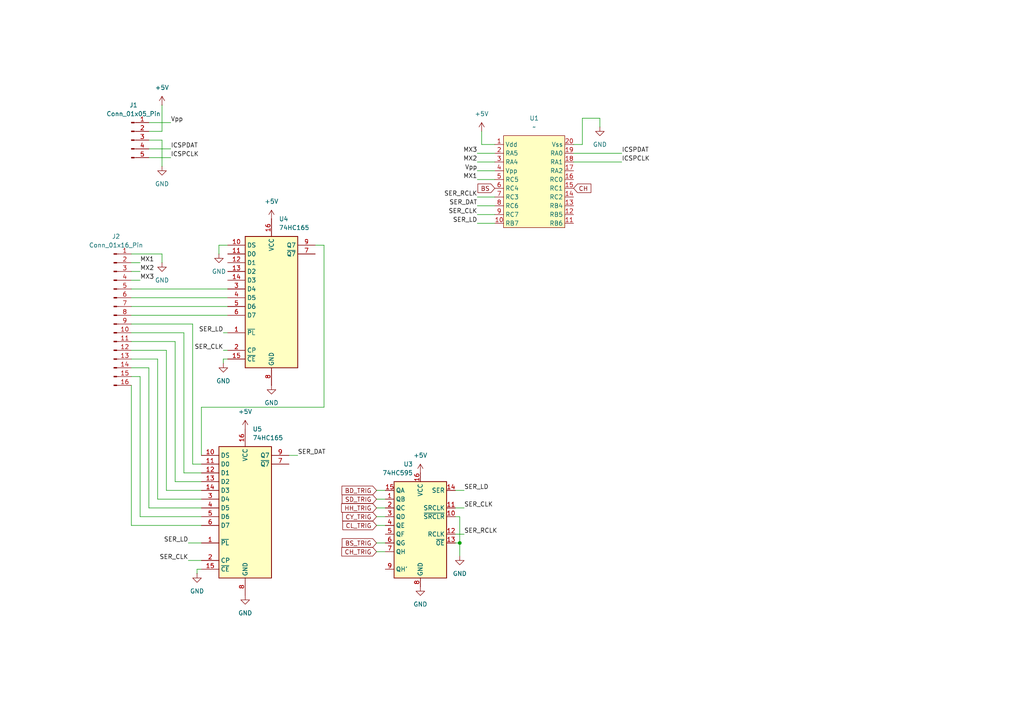
<source format=kicad_sch>
(kicad_sch (version 20250114) (generator "eeschema") (generator_version "9.0")
  (paper "A4")
  (lib_symbols
    (symbol "74xx:74HC165"
      (property "Reference" "U" (at -7.62 19.05 0))
      (property "Value" "74HC165" (at -7.62 -21.59 0))
      (symbol "74HC165_1_0"
        (pin input line (at -12.7 15.24 0) (length 5.08) (name "DS") (number "10"))
        (pin input line (at -12.7 12.7 0) (length 5.08) (name "D0") (number "11"))
        (pin input line (at -12.7 10.16 0) (length 5.08) (name "D1") (number "12"))
        (pin input line (at -12.7 7.62 0) (length 5.08) (name "D2") (number "13"))
        (pin input line (at -12.7 5.08 0) (length 5.08) (name "D3") (number "14"))
        (pin input line (at -12.7 2.54 0) (length 5.08) (name "D4") (number "3"))
        (pin input line (at -12.7 0 0) (length 5.08) (name "D5") (number "4"))
        (pin input line (at -12.7 -2.54 0) (length 5.08) (name "D6") (number "5"))
        (pin input line (at -12.7 -5.08 0) (length 5.08) (name "D7") (number "6"))
        (pin input line (at -12.7 -10.16 0) (length 5.08) (name "~{PL}") (number "1"))
        (pin input line (at -12.7 -15.24 0) (length 5.08) (name "CP") (number "2"))
        (pin input line (at -12.7 -17.78 0) (length 5.08) (name "~{CE}") (number "15"))
        (pin power_in line (at 0 22.86 270) (length 5.08) (name "VCC") (number "16"))
        (pin power_in line (at 0 -25.4 90) (length 5.08) (name "GND") (number "8"))
        (pin output line (at 12.7 15.24 180) (length 5.08) (name "Q7") (number "9"))
        (pin output line (at 12.7 12.7 180) (length 5.08) (name "~{Q7}") (number "7"))
      )
      (symbol "74HC165_1_1"
        (rectangle (start -7.62 17.78) (end 7.62 -20.32) (stroke (width 0.254)) (fill (type background)))
      )
    )
    (symbol "74xx:74HC595"
      (property "Reference" "U" (at -7.62 13.97 0))
      (property "Value" "74HC595" (at -7.62 -16.51 0))
      (symbol "74HC595_1_0"
        (pin input line (at -10.16 10.16 0) (length 2.54) (name "SER") (number "14"))
        (pin input line (at -10.16 5.08 0) (length 2.54) (name "SRCLK") (number "11"))
        (pin input line (at -10.16 2.54 0) (length 2.54) (name "~{SRCLR}") (number "10"))
        (pin input line (at -10.16 -2.54 0) (length 2.54) (name "RCLK") (number "12"))
        (pin input line (at -10.16 -5.08 0) (length 2.54) (name "~{OE}") (number "13"))
        (pin power_in line (at 0 15.24 270) (length 2.54) (name "VCC") (number "16"))
        (pin power_in line (at 0 -17.78 90) (length 2.54) (name "GND") (number "8"))
        (pin tri_state line (at 10.16 10.16 180) (length 2.54) (name "QA") (number "15"))
        (pin tri_state line (at 10.16 7.62 180) (length 2.54) (name "QB") (number "1"))
        (pin tri_state line (at 10.16 5.08 180) (length 2.54) (name "QC") (number "2"))
        (pin tri_state line (at 10.16 2.54 180) (length 2.54) (name "QD") (number "3"))
        (pin tri_state line (at 10.16 0 180) (length 2.54) (name "QE") (number "4"))
        (pin tri_state line (at 10.16 -2.54 180) (length 2.54) (name "QF") (number "5"))
        (pin tri_state line (at 10.16 -5.08 180) (length 2.54) (name "QG") (number "6"))
        (pin tri_state line (at 10.16 -7.62 180) (length 2.54) (name "QH") (number "7"))
        (pin output line (at 10.16 -12.7 180) (length 2.54) (name "QH'") (number "9"))
      )
      (symbol "74HC595_1_1"
        (rectangle (start -7.62 12.7) (end 7.62 -15.24) (stroke (width 0.254)) (fill (type background)))
      )
    )
    (symbol "Connector:Conn_01x05_Pin" (pin_names (offset 1.016) (hide yes))
      (property "Reference" "J" (at 0 7.62 0))
      (property "Value" "Conn_01x05_Pin" (at 0 -7.62 0))
      (symbol "Conn_01x05_Pin_1_1"
        (rectangle (start 0.8636 5.207) (end 0 4.953) (stroke (width 0.1524)) (fill (type outline)))
        (rectangle (start 0.8636 2.667) (end 0 2.413) (stroke (width 0.1524)) (fill (type outline)))
        (rectangle (start 0.8636 0.127) (end 0 -0.127) (stroke (width 0.1524)) (fill (type outline)))
        (rectangle (start 0.8636 -2.413) (end 0 -2.667) (stroke (width 0.1524)) (fill (type outline)))
        (rectangle (start 0.8636 -4.953) (end 0 -5.207) (stroke (width 0.1524)) (fill (type outline)))
        (polyline (pts (xy 1.27 5.08) (xy 0.8636 5.08)) (stroke (width 0.1524)))
        (polyline (pts (xy 1.27 2.54) (xy 0.8636 2.54)) (stroke (width 0.1524)))
        (polyline (pts (xy 1.27 0) (xy 0.8636 0)) (stroke (width 0.1524)))
        (polyline (pts (xy 1.27 -2.54) (xy 0.8636 -2.54)) (stroke (width 0.1524)))
        (polyline (pts (xy 1.27 -5.08) (xy 0.8636 -5.08)) (stroke (width 0.1524)))
        (pin passive line (at 5.08 5.08 180) (length 3.81) (name "Pin_1") (number "1"))
        (pin passive line (at 5.08 2.54 180) (length 3.81) (name "Pin_2") (number "2"))
        (pin passive line (at 5.08 0 180) (length 3.81) (name "Pin_3") (number "3"))
        (pin passive line (at 5.08 -2.54 180) (length 3.81) (name "Pin_4") (number "4"))
        (pin passive line (at 5.08 -5.08 180) (length 3.81) (name "Pin_5") (number "5"))
      )
    )
    (symbol "Connector:Conn_01x16_Pin" (pin_names (offset 1.016) (hide yes))
      (property "Reference" "J" (at 0 20.32 0))
      (property "Value" "Conn_01x16_Pin" (at 0 -22.86 0))
      (symbol "Conn_01x16_Pin_1_1"
        (rectangle (start 0.8636 17.907) (end 0 17.653) (stroke (width 0.1524)) (fill (type outline)))
        (rectangle (start 0.8636 15.367) (end 0 15.113) (stroke (width 0.1524)) (fill (type outline)))
        (rectangle (start 0.8636 12.827) (end 0 12.573) (stroke (width 0.1524)) (fill (type outline)))
        (rectangle (start 0.8636 10.287) (end 0 10.033) (stroke (width 0.1524)) (fill (type outline)))
        (rectangle (start 0.8636 7.747) (end 0 7.493) (stroke (width 0.1524)) (fill (type outline)))
        (rectangle (start 0.8636 5.207) (end 0 4.953) (stroke (width 0.1524)) (fill (type outline)))
        (rectangle (start 0.8636 2.667) (end 0 2.413) (stroke (width 0.1524)) (fill (type outline)))
        (rectangle (start 0.8636 0.127) (end 0 -0.127) (stroke (width 0.1524)) (fill (type outline)))
        (rectangle (start 0.8636 -2.413) (end 0 -2.667) (stroke (width 0.1524)) (fill (type outline)))
        (rectangle (start 0.8636 -4.953) (end 0 -5.207) (stroke (width 0.1524)) (fill (type outline)))
        (rectangle (start 0.8636 -7.493) (end 0 -7.747) (stroke (width 0.1524)) (fill (type outline)))
        (rectangle (start 0.8636 -10.033) (end 0 -10.287) (stroke (width 0.1524)) (fill (type outline)))
        (rectangle (start 0.8636 -12.573) (end 0 -12.827) (stroke (width 0.1524)) (fill (type outline)))
        (rectangle (start 0.8636 -15.113) (end 0 -15.367) (stroke (width 0.1524)) (fill (type outline)))
        (rectangle (start 0.8636 -17.653) (end 0 -17.907) (stroke (width 0.1524)) (fill (type outline)))
        (rectangle (start 0.8636 -20.193) (end 0 -20.447) (stroke (width 0.1524)) (fill (type outline)))
        (polyline (pts (xy 1.27 17.78) (xy 0.8636 17.78)) (stroke (width 0.1524)))
        (polyline (pts (xy 1.27 15.24) (xy 0.8636 15.24)) (stroke (width 0.1524)))
        (polyline (pts (xy 1.27 12.7) (xy 0.8636 12.7)) (stroke (width 0.1524)))
        (polyline (pts (xy 1.27 10.16) (xy 0.8636 10.16)) (stroke (width 0.1524)))
        (polyline (pts (xy 1.27 7.62) (xy 0.8636 7.62)) (stroke (width 0.1524)))
        (polyline (pts (xy 1.27 5.08) (xy 0.8636 5.08)) (stroke (width 0.1524)))
        (polyline (pts (xy 1.27 2.54) (xy 0.8636 2.54)) (stroke (width 0.1524)))
        (polyline (pts (xy 1.27 0) (xy 0.8636 0)) (stroke (width 0.1524)))
        (polyline (pts (xy 1.27 -2.54) (xy 0.8636 -2.54)) (stroke (width 0.1524)))
        (polyline (pts (xy 1.27 -5.08) (xy 0.8636 -5.08)) (stroke (width 0.1524)))
        (polyline (pts (xy 1.27 -7.62) (xy 0.8636 -7.62)) (stroke (width 0.1524)))
        (polyline (pts (xy 1.27 -10.16) (xy 0.8636 -10.16)) (stroke (width 0.1524)))
        (polyline (pts (xy 1.27 -12.7) (xy 0.8636 -12.7)) (stroke (width 0.1524)))
        (polyline (pts (xy 1.27 -15.24) (xy 0.8636 -15.24)) (stroke (width 0.1524)))
        (polyline (pts (xy 1.27 -17.78) (xy 0.8636 -17.78)) (stroke (width 0.1524)))
        (polyline (pts (xy 1.27 -20.32) (xy 0.8636 -20.32)) (stroke (width 0.1524)))
        (pin passive line (at 5.08 17.78 180) (length 3.81) (name "Pin_1") (number "1"))
        (pin passive line (at 5.08 15.24 180) (length 3.81) (name "Pin_2") (number "2"))
        (pin passive line (at 5.08 12.7 180) (length 3.81) (name "Pin_3") (number "3"))
        (pin passive line (at 5.08 10.16 180) (length 3.81) (name "Pin_4") (number "4"))
        (pin passive line (at 5.08 7.62 180) (length 3.81) (name "Pin_5") (number "5"))
        (pin passive line (at 5.08 5.08 180) (length 3.81) (name "Pin_6") (number "6"))
        (pin passive line (at 5.08 2.54 180) (length 3.81) (name "Pin_7") (number "7"))
        (pin passive line (at 5.08 0 180) (length 3.81) (name "Pin_8") (number "8"))
        (pin passive line (at 5.08 -2.54 180) (length 3.81) (name "Pin_9") (number "9"))
        (pin passive line (at 5.08 -5.08 180) (length 3.81) (name "Pin_10") (number "10"))
        (pin passive line (at 5.08 -7.62 180) (length 3.81) (name "Pin_11") (number "11"))
        (pin passive line (at 5.08 -10.16 180) (length 3.81) (name "Pin_12") (number "12"))
        (pin passive line (at 5.08 -12.7 180) (length 3.81) (name "Pin_13") (number "13"))
        (pin passive line (at 5.08 -15.24 180) (length 3.81) (name "Pin_14") (number "14"))
        (pin passive line (at 5.08 -17.78 180) (length 3.81) (name "Pin_15") (number "15"))
        (pin passive line (at 5.08 -20.32 180) (length 3.81) (name "Pin_16") (number "16"))
      )
    )
    (symbol "custom:PIC16F1769"
      (property "Reference" "U" (at 1.016 6.35 0))
      (symbol "PIC16F1769_0_1"
        (rectangle (start -7.62 8.89) (end 10.16 -17.78) (fill (type color) (color 255 255 194 1)))
      )
      (symbol "PIC16F1769_1_1"
        (pin power_in line (at -10.16 6.35 0) (length 2.54) (name "Vdd") (number "1"))
        (pin input line (at -10.16 3.81 0) (length 2.54) (name "RA5") (number "2"))
        (pin input line (at -10.16 1.27 0) (length 2.54) (name "RA4") (number "3"))
        (pin input line (at -10.16 -1.27 0) (length 2.54) (name "Vpp") (number "4"))
        (pin input line (at -10.16 -3.81 0) (length 2.54) (name "RC5") (number "5"))
        (pin input line (at -10.16 -6.35 0) (length 2.54) (name "RC4") (number "6"))
        (pin input line (at -10.16 -8.89 0) (length 2.54) (name "RC3") (number "7"))
        (pin input line (at -10.16 -11.43 0) (length 2.54) (name "RC6") (number "8"))
        (pin input line (at -10.16 -13.97 0) (length 2.54) (name "RC7") (number "9"))
        (pin input line (at -10.16 -16.51 0) (length 2.54) (name "RB7") (number "10"))
        (pin power_in line (at 12.7 6.35 180) (length 2.54) (name "Vss") (number "20"))
        (pin input line (at 12.7 3.81 180) (length 2.54) (name "RA0") (number "19"))
        (pin input line (at 12.7 1.27 180) (length 2.54) (name "RA1") (number "18"))
        (pin input line (at 12.7 -1.27 180) (length 2.54) (name "RA2") (number "17"))
        (pin input line (at 12.7 -3.81 180) (length 2.54) (name "RC0") (number "16"))
        (pin input line (at 12.7 -6.35 180) (length 2.54) (name "RC1") (number "15"))
        (pin input line (at 12.7 -8.89 180) (length 2.54) (name "RC2") (number "14"))
        (pin input line (at 12.7 -11.43 180) (length 2.54) (name "RB4") (number "13"))
        (pin input line (at 12.7 -13.97 180) (length 2.54) (name "RB5") (number "12"))
        (pin input line (at 12.7 -16.51 180) (length 2.54) (name "RB6") (number "11"))
      )
    )
    (symbol "power:+5V" (power) (pin_numbers (hide yes)) (pin_names (offset 0) (hide yes))
      (property "Value" "+5V" (at 0 3.556 0))
      (symbol "+5V_0_1"
        (polyline (pts (xy -0.762 1.27) (xy 0 2.54)))
        (polyline (pts (xy 0 2.54) (xy 0.762 1.27)))
        (polyline (pts (xy 0 0) (xy 0 2.54)))
      )
      (symbol "+5V_1_1"
        (pin power_in line (at 0 0 90) (length 0) (name "~") (number "1"))
      )
    )
    (symbol "power:GND" (power) (pin_numbers (hide yes)) (pin_names (offset 0) (hide yes))
      (property "Value" "GND" (at 0 -3.81 0))
      (symbol "GND_0_1"
        (polyline (pts (xy 0 0) (xy 0 -1.27) (xy 1.27 -1.27) (xy 0 -2.54) (xy -1.27 -1.27) (xy 0 -1.27)))
      )
      (symbol "GND_1_1"
        (pin power_in line (at 0 0 270) (length 0) (name "~") (number "1"))
      )
    )
  )
  (junction (at 133.35 157.48))
  (wire (pts (xy 38.1 83.82) (xy 66.04 83.82)))
  (wire (pts (xy 55.88 134.62) (xy 58.42 134.62)))
  (wire (pts (xy 57.15 166.37) (xy 57.15 165.1)))
  (wire (pts (xy 138.43 62.23) (xy 143.51 62.23)))
  (wire (pts (xy 50.8 99.06) (xy 50.8 139.7)))
  (wire (pts (xy 138.43 49.53) (xy 143.51 49.53)))
  (wire (pts (xy 58.42 118.11) (xy 58.42 132.08)))
  (wire (pts (xy 166.37 46.99) (xy 180.34 46.99)))
  (wire (pts (xy 38.1 109.22) (xy 40.64 109.22)))
  (wire (pts (xy 64.77 96.52) (xy 66.04 96.52)))
  (wire (pts (xy 58.42 137.16) (xy 53.34 137.16)))
  (wire (pts (xy 138.43 57.15) (xy 143.51 57.15)))
  (wire (pts (xy 46.99 73.66) (xy 38.1 73.66)))
  (wire (pts (xy 168.91 41.91) (xy 166.37 41.91)))
  (wire (pts (xy 138.43 52.07) (xy 143.51 52.07)))
  (wire (pts (xy 38.1 93.98) (xy 55.88 93.98)))
  (wire (pts (xy 93.98 71.12) (xy 93.98 118.11)))
  (wire (pts (xy 50.8 139.7) (xy 58.42 139.7)))
  (wire (pts (xy 109.22 157.48) (xy 111.76 157.48)))
  (wire (pts (xy 173.99 34.29) (xy 168.91 34.29)))
  (wire (pts (xy 43.18 45.72) (xy 49.53 45.72)))
  (wire (pts (xy 109.22 149.86) (xy 111.76 149.86)))
  (wire (pts (xy 46.99 38.1) (xy 43.18 38.1)))
  (wire (pts (xy 40.64 149.86) (xy 58.42 149.86)))
  (wire (pts (xy 63.5 71.12) (xy 66.04 71.12)))
  (wire (pts (xy 63.5 73.66) (xy 63.5 71.12)))
  (wire (pts (xy 109.22 142.24) (xy 111.76 142.24)))
  (wire (pts (xy 132.08 147.32) (xy 134.62 147.32)))
  (wire (pts (xy 109.22 147.32) (xy 111.76 147.32)))
  (wire (pts (xy 54.61 157.48) (xy 58.42 157.48)))
  (wire (pts (xy 43.18 43.18) (xy 49.53 43.18)))
  (wire (pts (xy 38.1 88.9) (xy 66.04 88.9)))
  (wire (pts (xy 57.15 165.1) (xy 58.42 165.1)))
  (wire (pts (xy 46.99 30.48) (xy 46.99 38.1)))
  (wire (pts (xy 46.99 40.64) (xy 46.99 48.26)))
  (wire (pts (xy 38.1 78.74) (xy 40.64 78.74)))
  (wire (pts (xy 168.91 34.29) (xy 168.91 41.91)))
  (wire (pts (xy 43.18 147.32) (xy 43.18 106.68)))
  (wire (pts (xy 45.72 144.78) (xy 58.42 144.78)))
  (wire (pts (xy 40.64 109.22) (xy 40.64 149.86)))
  (wire (pts (xy 173.99 36.83) (xy 173.99 34.29)))
  (wire (pts (xy 38.1 91.44) (xy 66.04 91.44)))
  (wire (pts (xy 43.18 35.56) (xy 49.53 35.56)))
  (wire (pts (xy 38.1 76.2) (xy 40.64 76.2)))
  (wire (pts (xy 138.43 46.99) (xy 143.51 46.99)))
  (wire (pts (xy 38.1 152.4) (xy 58.42 152.4)))
  (wire (pts (xy 38.1 81.28) (xy 40.64 81.28)))
  (wire (pts (xy 43.18 40.64) (xy 46.99 40.64)))
  (wire (pts (xy 138.43 64.77) (xy 143.51 64.77)))
  (wire (pts (xy 109.22 152.4) (xy 111.76 152.4)))
  (wire (pts (xy 93.98 118.11) (xy 58.42 118.11)))
  (wire (pts (xy 139.7 38.1) (xy 139.7 41.91)))
  (wire (pts (xy 132.08 142.24) (xy 134.62 142.24)))
  (wire (pts (xy 109.22 160.02) (xy 111.76 160.02)))
  (wire (pts (xy 133.35 157.48) (xy 132.08 157.48)))
  (wire (pts (xy 132.08 154.94) (xy 134.62 154.94)))
  (wire (pts (xy 48.26 142.24) (xy 48.26 101.6)))
  (wire (pts (xy 45.72 104.14) (xy 45.72 144.78)))
  (wire (pts (xy 38.1 99.06) (xy 50.8 99.06)))
  (wire (pts (xy 38.1 86.36) (xy 66.04 86.36)))
  (wire (pts (xy 58.42 142.24) (xy 48.26 142.24)))
  (wire (pts (xy 133.35 149.86) (xy 133.35 157.48)))
  (wire (pts (xy 109.22 144.78) (xy 111.76 144.78)))
  (wire (pts (xy 64.77 105.41) (xy 64.77 104.14)))
  (wire (pts (xy 55.88 93.98) (xy 55.88 134.62)))
  (wire (pts (xy 38.1 104.14) (xy 45.72 104.14)))
  (wire (pts (xy 133.35 161.29) (xy 133.35 157.48)))
  (wire (pts (xy 93.98 71.12) (xy 91.44 71.12)))
  (wire (pts (xy 138.43 44.45) (xy 143.51 44.45)))
  (wire (pts (xy 54.61 162.56) (xy 58.42 162.56)))
  (wire (pts (xy 64.77 101.6) (xy 66.04 101.6)))
  (wire (pts (xy 38.1 111.76) (xy 38.1 152.4)))
  (wire (pts (xy 48.26 101.6) (xy 38.1 101.6)))
  (wire (pts (xy 64.77 104.14) (xy 66.04 104.14)))
  (wire (pts (xy 46.99 76.2) (xy 46.99 73.66)))
  (wire (pts (xy 166.37 44.45) (xy 180.34 44.45)))
  (wire (pts (xy 53.34 96.52) (xy 38.1 96.52)))
  (wire (pts (xy 58.42 147.32) (xy 43.18 147.32)))
  (wire (pts (xy 138.43 59.69) (xy 143.51 59.69)))
  (wire (pts (xy 132.08 149.86) (xy 133.35 149.86)))
  (wire (pts (xy 43.18 106.68) (xy 38.1 106.68)))
  (wire (pts (xy 53.34 137.16) (xy 53.34 96.52)))
  (wire (pts (xy 139.7 41.91) (xy 143.51 41.91)))
  (wire (pts (xy 83.82 132.08) (xy 86.36 132.08)))
  (label "Vpp" (at 49.53 35.56 0))
  (label "SER_LD" (at 134.62 142.24 0))
  (label "MX2" (at 138.43 46.99 180))
  (label "ICSPDAT" (at 49.53 43.18 0))
  (label "MX1" (at 138.43 52.07 180))
  (label "MX3" (at 138.43 44.45 180))
  (label "ICSPDAT" (at 180.34 44.45 0))
  (label "SER_LD" (at 54.61 157.48 180))
  (label "SER_LD" (at 138.43 64.77 180))
  (label "ICSPCLK" (at 49.53 45.72 0))
  (label "SER_LD" (at 64.77 96.52 180))
  (label "MX1" (at 40.64 76.2 0))
  (label "SER_DAT" (at 138.43 59.69 180))
  (label "SER_DAT" (at 86.36 132.08 0))
  (label "Vpp" (at 138.43 49.53 180))
  (label "MX2" (at 40.64 78.74 0))
  (label "MX3" (at 40.64 81.28 0))
  (label "SER_RCLK" (at 138.43 57.15 180))
  (label "SER_RCLK" (at 134.62 154.94 0))
  (label "SER_CLK" (at 138.43 62.23 180))
  (label "ICSPCLK" (at 180.34 46.99 0))
  (label "SER_CLK" (at 54.61 162.56 180))
  (label "SER_CLK" (at 64.77 101.6 180))
  (label "SER_CLK" (at 134.62 147.32 0))
  (global_label "CH_TRIG" (shape input) (at 109.22 160.02 180) (property "Intersheetrefs" "${INTERSHEET_REFS}" (effects (hide yes))))
  (global_label "BS_TRIG" (shape input) (at 109.22 157.48 180) (property "Intersheetrefs" "${INTERSHEET_REFS}" (effects (hide yes))))
  (global_label "CH" (shape input) (at 166.37 54.61 0) (property "Intersheetrefs" "${INTERSHEET_REFS}" (effects (hide yes))))
  (global_label "HH_TRIG" (shape input) (at 109.22 147.32 180) (property "Intersheetrefs" "${INTERSHEET_REFS}" (effects (hide yes))))
  (global_label "CY_TRIG" (shape input) (at 109.22 149.86 180) (property "Intersheetrefs" "${INTERSHEET_REFS}" (effects (hide yes))))
  (global_label "BD_TRIG" (shape input) (at 109.22 142.24 180) (property "Intersheetrefs" "${INTERSHEET_REFS}" (effects (hide yes))))
  (global_label "BS" (shape input) (at 143.51 54.61 180) (property "Intersheetrefs" "${INTERSHEET_REFS}" (effects (hide yes))))
  (global_label "SD_TRIG" (shape input) (at 109.22 144.78 180) (property "Intersheetrefs" "${INTERSHEET_REFS}" (effects (hide yes))))
  (global_label "CL_TRIG" (shape input) (at 109.22 152.4 180) (property "Intersheetrefs" "${INTERSHEET_REFS}" (effects (hide yes))))
  (symbol (lib_id "Connector:Conn_01x16_Pin") (at 33.02 91.44 0) (unit 1)
    (property "Reference" "J2" (at 33.655 68.58 0))
    (property "Value" "Conn_01x16_Pin" (at 33.655 71.12 0))
    (property "Description" "Generic connector, single row, 01x16, script generated" (effects (hide yes)))
  )
  (symbol (lib_id "power:+5V") (at 78.74 63.5 0) (unit 1)
    (property "Reference" "#PWR010" (effects (hide yes)))
    (property "Value" "+5V" (at 78.74 58.42 0))
    (property "Description" "Power symbol creates a global label with name \"+5V\"" (effects (hide yes)))
  )
  (symbol (lib_id "74xx:74HC165") (at 78.74 86.36 0) (unit 1)
    (property "Reference" "U4" (at 80.8833 63.5 0) (effects (justify left)))
    (property "Value" "74HC165" (at 80.8833 66.04 0) (effects (justify left)))
    (property "Footprint" "Package_DIP:DIP-16_W7.62mm_LongPads" (effects (hide yes)))
    (property "Datasheet" "https://assets.nexperia.com/documents/data-sheet/74HC_HCT165.pdf" (effects (hide yes)))
    (property "Description" "Shift Register, 8-bit, Parallel Load" (effects (hide yes)))
  )
  (symbol (lib_id "74xx:74HC165") (at 71.12 147.32 0) (unit 1)
    (property "Reference" "U5" (at 73.2633 124.46 0) (effects (justify left)))
    (property "Value" "74HC165" (at 73.2633 127 0) (effects (justify left)))
    (property "Footprint" "Package_DIP:DIP-16_W7.62mm_LongPads" (effects (hide yes)))
    (property "Datasheet" "https://assets.nexperia.com/documents/data-sheet/74HC_HCT165.pdf" (effects (hide yes)))
    (property "Description" "Shift Register, 8-bit, Parallel Load" (effects (hide yes)))
  )
  (symbol (lib_id "power:GND") (at 64.77 105.41 0) (unit 1)
    (property "Reference" "#PWR015" (effects (hide yes)))
    (property "Value" "GND" (at 64.77 110.49 0))
    (property "Description" "Power symbol creates a global label with name \"GND\" , ground" (effects (hide yes)))
  )
  (symbol (lib_id "power:GND") (at 121.92 170.18 0) (unit 1)
    (property "Reference" "#PWR016" (effects (hide yes)))
    (property "Value" "GND" (at 121.92 175.26 0))
    (property "Description" "Power symbol creates a global label with name \"GND\" , ground" (effects (hide yes)))
  )
  (symbol (lib_id "power:GND") (at 46.99 48.26 0) (unit 1)
    (property "Reference" "#PWR06" (effects (hide yes)))
    (property "Value" "GND" (at 46.99 53.34 0))
    (property "Description" "Power symbol creates a global label with name \"GND\" , ground" (effects (hide yes)))
  )
  (symbol (lib_id "74xx:74HC595") (at 121.92 152.4 0) (mirror y) (unit 1)
    (property "Reference" "U3" (at 119.7767 134.62 0) (effects (justify left)))
    (property "Value" "74HC595" (at 119.7767 137.16 0) (effects (justify left)))
    (property "Footprint" "Package_DIP:DIP-16_W7.62mm_LongPads" (effects (hide yes)))
    (property "Datasheet" "http://www.ti.com/lit/ds/symlink/sn74hc595.pdf" (effects (hide yes)))
    (property "Description" "8-bit serial in/out Shift Register 3-State Outputs" (effects (hide yes)))
  )
  (symbol (lib_id "power:GND") (at 133.35 161.29 0) (unit 1)
    (property "Reference" "#PWR018" (effects (hide yes)))
    (property "Value" "GND" (at 133.35 166.37 0))
    (property "Description" "Power symbol creates a global label with name \"GND\" , ground" (effects (hide yes)))
  )
  (symbol (lib_id "power:+5V") (at 71.12 124.46 0) (unit 1)
    (property "Reference" "#PWR011" (effects (hide yes)))
    (property "Value" "+5V" (at 71.12 119.38 0))
    (property "Description" "Power symbol creates a global label with name \"+5V\"" (effects (hide yes)))
  )
  (symbol (lib_id "power:+5V") (at 139.7 38.1 0) (unit 1)
    (property "Reference" "#PWR04" (effects (hide yes)))
    (property "Value" "+5V" (at 139.7 33.02 0))
    (property "Description" "Power symbol creates a global label with name \"+5V\"" (effects (hide yes)))
  )
  (symbol (lib_id "power:+5V") (at 46.99 30.48 0) (unit 1)
    (property "Reference" "#PWR07" (effects (hide yes)))
    (property "Value" "+5V" (at 46.99 25.4 0))
    (property "Description" "Power symbol creates a global label with name \"+5V\"" (effects (hide yes)))
  )
  (symbol (lib_id "power:+5V") (at 121.92 137.16 0) (unit 1)
    (property "Reference" "#PWR017" (effects (hide yes)))
    (property "Value" "+5V" (at 121.92 132.08 0))
    (property "Description" "Power symbol creates a global label with name \"+5V\"" (effects (hide yes)))
  )
  (symbol (lib_id "Connector:Conn_01x05_Pin") (at 38.1 40.64 0) (unit 1)
    (property "Reference" "J1" (at 38.735 30.48 0))
    (property "Value" "Conn_01x05_Pin" (at 38.735 33.02 0))
    (property "Footprint" "Connector_PinHeader_2.54mm:PinHeader_1x05_P2.54mm_Vertical" (effects (hide yes)))
    (property "Description" "Generic connector, single row, 01x05, script generated" (effects (hide yes)))
  )
  (symbol (lib_id "power:GND") (at 173.99 36.83 0) (unit 1)
    (property "Reference" "#PWR05" (effects (hide yes)))
    (property "Value" "GND" (at 173.99 41.91 0))
    (property "Description" "Power symbol creates a global label with name \"GND\" , ground" (effects (hide yes)))
  )
  (symbol (lib_id "power:GND") (at 46.99 76.2 0) (unit 1)
    (property "Reference" "#PWR014" (effects (hide yes)))
    (property "Value" "GND" (at 46.99 81.28 0))
    (property "Description" "Power symbol creates a global label with name \"GND\" , ground" (effects (hide yes)))
  )
  (symbol (lib_id "power:GND") (at 57.15 166.37 0) (unit 1)
    (property "Reference" "#PWR013" (effects (hide yes)))
    (property "Value" "GND" (at 57.15 171.45 0))
    (property "Description" "Power symbol creates a global label with name \"GND\" , ground" (effects (hide yes)))
  )
  (symbol (lib_id "power:GND") (at 63.5 73.66 0) (unit 1)
    (property "Reference" "#PWR012" (effects (hide yes)))
    (property "Value" "GND" (at 63.5 78.74 0))
    (property "Description" "Power symbol creates a global label with name \"GND\" , ground" (effects (hide yes)))
  )
  (symbol (lib_id "custom:PIC16F1769") (at 153.67 48.26 0) (unit 1)
    (property "Reference" "U1" (at 154.94 34.29 0))
    (property "Value" "~" (at 154.94 36.83 0))
    (property "Footprint" "Package_DIP:DIP-20_W7.62mm_LongPads" (effects (hide yes)))
  )
  (symbol (lib_id "power:GND") (at 78.74 111.76 0) (unit 1)
    (property "Reference" "#PWR08" (effects (hide yes)))
    (property "Value" "GND" (at 78.74 116.84 0))
    (property "Description" "Power symbol creates a global label with name \"GND\" , ground" (effects (hide yes)))
  )
  (symbol (lib_id "power:GND") (at 71.12 172.72 0) (unit 1)
    (property "Reference" "#PWR09" (effects (hide yes)))
    (property "Value" "GND" (at 71.12 177.8 0))
    (property "Description" "Power symbol creates a global label with name \"GND\" , ground" (effects (hide yes)))
  )
)
</source>
